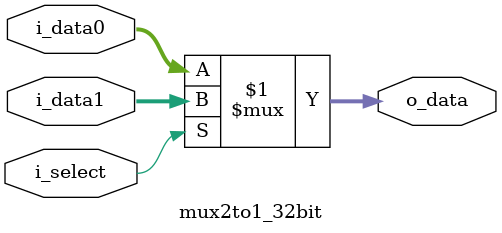
<source format=v>
module mux2to1_32bit (o_data, i_data0, i_data1, i_select);

 input [31:0] i_data0;
 input [31:0] i_data1;
 input i_select;

 output [31:0] o_data;
// reg    [31:0] o_data;

 assign o_data = (i_select) ? i_data1 : i_data0;

endmodule

</source>
